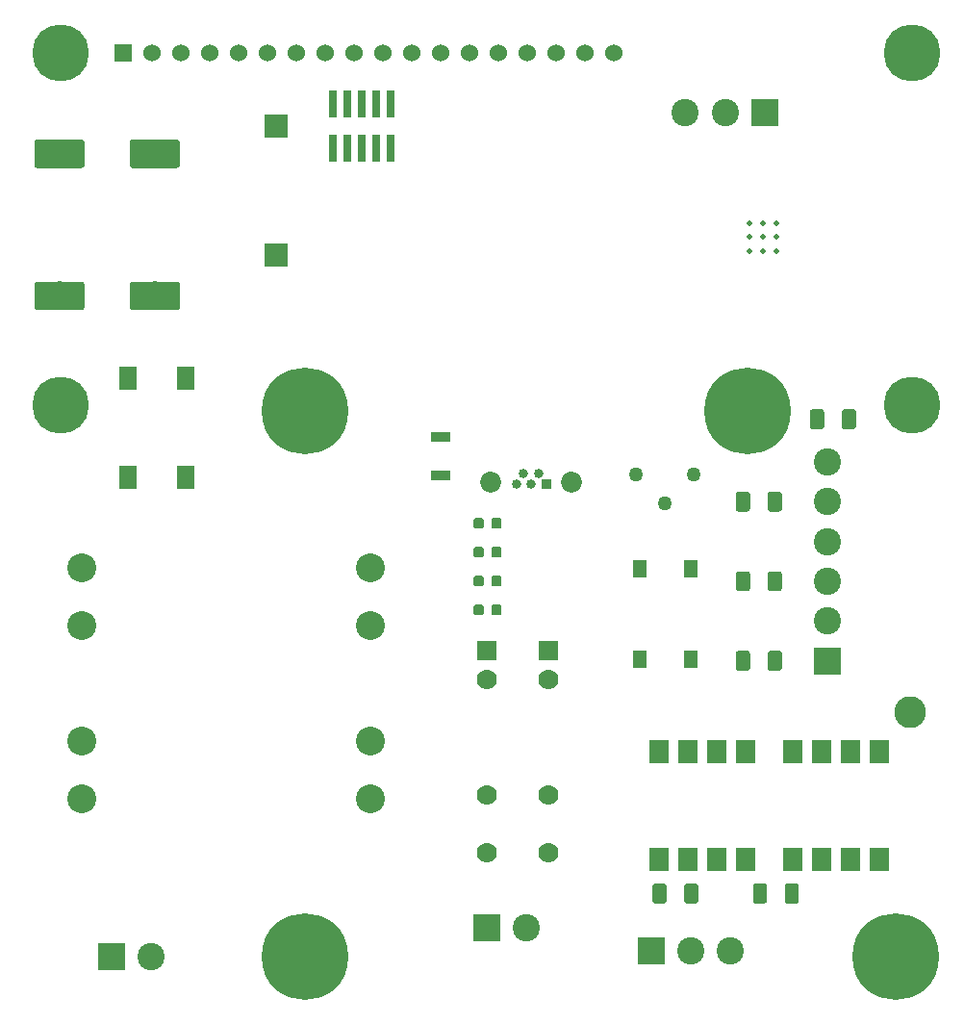
<source format=gts>
G04 #@! TF.GenerationSoftware,KiCad,Pcbnew,(5.1.2-1)-1*
G04 #@! TF.CreationDate,2019-05-05T13:33:14-05:00*
G04 #@! TF.ProjectId,WiFi-Septic-Controller,57694669-2d53-4657-9074-69632d436f6e,rev?*
G04 #@! TF.SameCoordinates,Original*
G04 #@! TF.FileFunction,Soldermask,Top*
G04 #@! TF.FilePolarity,Negative*
%FSLAX46Y46*%
G04 Gerber Fmt 4.6, Leading zero omitted, Abs format (unit mm)*
G04 Created by KiCad (PCBNEW (5.1.2-1)-1) date 2019-05-05 13:33:14*
%MOMM*%
%LPD*%
G04 APERTURE LIST*
%ADD10C,0.500000*%
%ADD11C,1.260000*%
%ADD12R,2.400000X2.400000*%
%ADD13C,2.400000*%
%ADD14C,7.620000*%
%ADD15C,2.000000*%
%ADD16C,2.500000*%
%ADD17R,1.500000X2.000000*%
%ADD18C,0.875000*%
%ADD19C,1.524000*%
%ADD20C,5.000000*%
%ADD21R,1.524000X1.524000*%
%ADD22R,0.740000X2.400000*%
%ADD23C,1.250000*%
%ADD24R,1.778000X1.778000*%
%ADD25C,1.778000*%
%ADD26R,1.700000X0.900000*%
%ADD27R,1.300000X1.550000*%
%ADD28C,2.540000*%
%ADD29C,2.800000*%
%ADD30R,1.780000X2.000000*%
%ADD31R,0.840000X0.840000*%
%ADD32C,0.840000*%
%ADD33C,1.850000*%
%ADD34R,2.000000X2.000000*%
G04 APERTURE END LIST*
D10*
X94350000Y-48735000D03*
X94350000Y-49935000D03*
X94350000Y-47535000D03*
X95550000Y-49935000D03*
X95550000Y-48735000D03*
X95550000Y-47535000D03*
X93150000Y-49935000D03*
X93150000Y-48735000D03*
X93150000Y-47535000D03*
D11*
X88225000Y-69580000D03*
X85685000Y-72120000D03*
X83145000Y-69580000D03*
D12*
X100000000Y-86000000D03*
D13*
X100000000Y-82500000D03*
X100000000Y-79000000D03*
X100000000Y-75500000D03*
X100000000Y-72000000D03*
X100000000Y-68500000D03*
D14*
X54000000Y-64000000D03*
X106000000Y-112000000D03*
X54000000Y-112000000D03*
D12*
X94500000Y-37750000D03*
D13*
X87500000Y-37750000D03*
X91000000Y-37750000D03*
D12*
X37000000Y-112000000D03*
D13*
X40500000Y-112000000D03*
D15*
G36*
X42794861Y-52650373D02*
G01*
X42819130Y-52653973D01*
X42842928Y-52659934D01*
X42866028Y-52668199D01*
X42888206Y-52678689D01*
X42909250Y-52691302D01*
X42928955Y-52705916D01*
X42947134Y-52722392D01*
X42963610Y-52740571D01*
X42978224Y-52760276D01*
X42990837Y-52781320D01*
X43001327Y-52803498D01*
X43009592Y-52826598D01*
X43015553Y-52850396D01*
X43019153Y-52874665D01*
X43020357Y-52899169D01*
X43020357Y-54899169D01*
X43019153Y-54923673D01*
X43015553Y-54947942D01*
X43009592Y-54971740D01*
X43001327Y-54994840D01*
X42990837Y-55017018D01*
X42978224Y-55038062D01*
X42963610Y-55057767D01*
X42947134Y-55075946D01*
X42928955Y-55092422D01*
X42909250Y-55107036D01*
X42888206Y-55119649D01*
X42866028Y-55130139D01*
X42842928Y-55138404D01*
X42819130Y-55144365D01*
X42794861Y-55147965D01*
X42770357Y-55149169D01*
X38870357Y-55149169D01*
X38845853Y-55147965D01*
X38821584Y-55144365D01*
X38797786Y-55138404D01*
X38774686Y-55130139D01*
X38752508Y-55119649D01*
X38731464Y-55107036D01*
X38711759Y-55092422D01*
X38693580Y-55075946D01*
X38677104Y-55057767D01*
X38662490Y-55038062D01*
X38649877Y-55017018D01*
X38639387Y-54994840D01*
X38631122Y-54971740D01*
X38625161Y-54947942D01*
X38621561Y-54923673D01*
X38620357Y-54899169D01*
X38620357Y-52899169D01*
X38621561Y-52874665D01*
X38625161Y-52850396D01*
X38631122Y-52826598D01*
X38639387Y-52803498D01*
X38649877Y-52781320D01*
X38662490Y-52760276D01*
X38677104Y-52740571D01*
X38693580Y-52722392D01*
X38711759Y-52705916D01*
X38731464Y-52691302D01*
X38752508Y-52678689D01*
X38774686Y-52668199D01*
X38797786Y-52659934D01*
X38821584Y-52653973D01*
X38845853Y-52650373D01*
X38870357Y-52649169D01*
X42770357Y-52649169D01*
X42794861Y-52650373D01*
X42794861Y-52650373D01*
G37*
D16*
X40820357Y-53899169D03*
D15*
G36*
X34394861Y-52650373D02*
G01*
X34419130Y-52653973D01*
X34442928Y-52659934D01*
X34466028Y-52668199D01*
X34488206Y-52678689D01*
X34509250Y-52691302D01*
X34528955Y-52705916D01*
X34547134Y-52722392D01*
X34563610Y-52740571D01*
X34578224Y-52760276D01*
X34590837Y-52781320D01*
X34601327Y-52803498D01*
X34609592Y-52826598D01*
X34615553Y-52850396D01*
X34619153Y-52874665D01*
X34620357Y-52899169D01*
X34620357Y-54899169D01*
X34619153Y-54923673D01*
X34615553Y-54947942D01*
X34609592Y-54971740D01*
X34601327Y-54994840D01*
X34590837Y-55017018D01*
X34578224Y-55038062D01*
X34563610Y-55057767D01*
X34547134Y-55075946D01*
X34528955Y-55092422D01*
X34509250Y-55107036D01*
X34488206Y-55119649D01*
X34466028Y-55130139D01*
X34442928Y-55138404D01*
X34419130Y-55144365D01*
X34394861Y-55147965D01*
X34370357Y-55149169D01*
X30470357Y-55149169D01*
X30445853Y-55147965D01*
X30421584Y-55144365D01*
X30397786Y-55138404D01*
X30374686Y-55130139D01*
X30352508Y-55119649D01*
X30331464Y-55107036D01*
X30311759Y-55092422D01*
X30293580Y-55075946D01*
X30277104Y-55057767D01*
X30262490Y-55038062D01*
X30249877Y-55017018D01*
X30239387Y-54994840D01*
X30231122Y-54971740D01*
X30225161Y-54947942D01*
X30221561Y-54923673D01*
X30220357Y-54899169D01*
X30220357Y-52899169D01*
X30221561Y-52874665D01*
X30225161Y-52850396D01*
X30231122Y-52826598D01*
X30239387Y-52803498D01*
X30249877Y-52781320D01*
X30262490Y-52760276D01*
X30277104Y-52740571D01*
X30293580Y-52722392D01*
X30311759Y-52705916D01*
X30331464Y-52691302D01*
X30352508Y-52678689D01*
X30374686Y-52668199D01*
X30397786Y-52659934D01*
X30421584Y-52653973D01*
X30445853Y-52650373D01*
X30470357Y-52649169D01*
X34370357Y-52649169D01*
X34394861Y-52650373D01*
X34394861Y-52650373D01*
G37*
D16*
X32420357Y-53899169D03*
D15*
G36*
X34394861Y-40150373D02*
G01*
X34419130Y-40153973D01*
X34442928Y-40159934D01*
X34466028Y-40168199D01*
X34488206Y-40178689D01*
X34509250Y-40191302D01*
X34528955Y-40205916D01*
X34547134Y-40222392D01*
X34563610Y-40240571D01*
X34578224Y-40260276D01*
X34590837Y-40281320D01*
X34601327Y-40303498D01*
X34609592Y-40326598D01*
X34615553Y-40350396D01*
X34619153Y-40374665D01*
X34620357Y-40399169D01*
X34620357Y-42399169D01*
X34619153Y-42423673D01*
X34615553Y-42447942D01*
X34609592Y-42471740D01*
X34601327Y-42494840D01*
X34590837Y-42517018D01*
X34578224Y-42538062D01*
X34563610Y-42557767D01*
X34547134Y-42575946D01*
X34528955Y-42592422D01*
X34509250Y-42607036D01*
X34488206Y-42619649D01*
X34466028Y-42630139D01*
X34442928Y-42638404D01*
X34419130Y-42644365D01*
X34394861Y-42647965D01*
X34370357Y-42649169D01*
X30470357Y-42649169D01*
X30445853Y-42647965D01*
X30421584Y-42644365D01*
X30397786Y-42638404D01*
X30374686Y-42630139D01*
X30352508Y-42619649D01*
X30331464Y-42607036D01*
X30311759Y-42592422D01*
X30293580Y-42575946D01*
X30277104Y-42557767D01*
X30262490Y-42538062D01*
X30249877Y-42517018D01*
X30239387Y-42494840D01*
X30231122Y-42471740D01*
X30225161Y-42447942D01*
X30221561Y-42423673D01*
X30220357Y-42399169D01*
X30220357Y-40399169D01*
X30221561Y-40374665D01*
X30225161Y-40350396D01*
X30231122Y-40326598D01*
X30239387Y-40303498D01*
X30249877Y-40281320D01*
X30262490Y-40260276D01*
X30277104Y-40240571D01*
X30293580Y-40222392D01*
X30311759Y-40205916D01*
X30331464Y-40191302D01*
X30352508Y-40178689D01*
X30374686Y-40168199D01*
X30397786Y-40159934D01*
X30421584Y-40153973D01*
X30445853Y-40150373D01*
X30470357Y-40149169D01*
X34370357Y-40149169D01*
X34394861Y-40150373D01*
X34394861Y-40150373D01*
G37*
D16*
X32420357Y-41399169D03*
D15*
G36*
X42794861Y-40150373D02*
G01*
X42819130Y-40153973D01*
X42842928Y-40159934D01*
X42866028Y-40168199D01*
X42888206Y-40178689D01*
X42909250Y-40191302D01*
X42928955Y-40205916D01*
X42947134Y-40222392D01*
X42963610Y-40240571D01*
X42978224Y-40260276D01*
X42990837Y-40281320D01*
X43001327Y-40303498D01*
X43009592Y-40326598D01*
X43015553Y-40350396D01*
X43019153Y-40374665D01*
X43020357Y-40399169D01*
X43020357Y-42399169D01*
X43019153Y-42423673D01*
X43015553Y-42447942D01*
X43009592Y-42471740D01*
X43001327Y-42494840D01*
X42990837Y-42517018D01*
X42978224Y-42538062D01*
X42963610Y-42557767D01*
X42947134Y-42575946D01*
X42928955Y-42592422D01*
X42909250Y-42607036D01*
X42888206Y-42619649D01*
X42866028Y-42630139D01*
X42842928Y-42638404D01*
X42819130Y-42644365D01*
X42794861Y-42647965D01*
X42770357Y-42649169D01*
X38870357Y-42649169D01*
X38845853Y-42647965D01*
X38821584Y-42644365D01*
X38797786Y-42638404D01*
X38774686Y-42630139D01*
X38752508Y-42619649D01*
X38731464Y-42607036D01*
X38711759Y-42592422D01*
X38693580Y-42575946D01*
X38677104Y-42557767D01*
X38662490Y-42538062D01*
X38649877Y-42517018D01*
X38639387Y-42494840D01*
X38631122Y-42471740D01*
X38625161Y-42447942D01*
X38621561Y-42423673D01*
X38620357Y-42399169D01*
X38620357Y-40399169D01*
X38621561Y-40374665D01*
X38625161Y-40350396D01*
X38631122Y-40326598D01*
X38639387Y-40303498D01*
X38649877Y-40281320D01*
X38662490Y-40260276D01*
X38677104Y-40240571D01*
X38693580Y-40222392D01*
X38711759Y-40205916D01*
X38731464Y-40191302D01*
X38752508Y-40178689D01*
X38774686Y-40168199D01*
X38797786Y-40159934D01*
X38821584Y-40153973D01*
X38845853Y-40150373D01*
X38870357Y-40149169D01*
X42770357Y-40149169D01*
X42794861Y-40150373D01*
X42794861Y-40150373D01*
G37*
D16*
X40820357Y-41399169D03*
D17*
X43550000Y-61130000D03*
X38450000Y-61130000D03*
X38450000Y-69870000D03*
X43550000Y-69870000D03*
D15*
G36*
X69556691Y-75980053D02*
G01*
X69577926Y-75983203D01*
X69598750Y-75988419D01*
X69618962Y-75995651D01*
X69638368Y-76004830D01*
X69656781Y-76015866D01*
X69674024Y-76028654D01*
X69689930Y-76043070D01*
X69704346Y-76058976D01*
X69717134Y-76076219D01*
X69728170Y-76094632D01*
X69737349Y-76114038D01*
X69744581Y-76134250D01*
X69749797Y-76155074D01*
X69752947Y-76176309D01*
X69754000Y-76197750D01*
X69754000Y-76710250D01*
X69752947Y-76731691D01*
X69749797Y-76752926D01*
X69744581Y-76773750D01*
X69737349Y-76793962D01*
X69728170Y-76813368D01*
X69717134Y-76831781D01*
X69704346Y-76849024D01*
X69689930Y-76864930D01*
X69674024Y-76879346D01*
X69656781Y-76892134D01*
X69638368Y-76903170D01*
X69618962Y-76912349D01*
X69598750Y-76919581D01*
X69577926Y-76924797D01*
X69556691Y-76927947D01*
X69535250Y-76929000D01*
X69097750Y-76929000D01*
X69076309Y-76927947D01*
X69055074Y-76924797D01*
X69034250Y-76919581D01*
X69014038Y-76912349D01*
X68994632Y-76903170D01*
X68976219Y-76892134D01*
X68958976Y-76879346D01*
X68943070Y-76864930D01*
X68928654Y-76849024D01*
X68915866Y-76831781D01*
X68904830Y-76813368D01*
X68895651Y-76793962D01*
X68888419Y-76773750D01*
X68883203Y-76752926D01*
X68880053Y-76731691D01*
X68879000Y-76710250D01*
X68879000Y-76197750D01*
X68880053Y-76176309D01*
X68883203Y-76155074D01*
X68888419Y-76134250D01*
X68895651Y-76114038D01*
X68904830Y-76094632D01*
X68915866Y-76076219D01*
X68928654Y-76058976D01*
X68943070Y-76043070D01*
X68958976Y-76028654D01*
X68976219Y-76015866D01*
X68994632Y-76004830D01*
X69014038Y-75995651D01*
X69034250Y-75988419D01*
X69055074Y-75983203D01*
X69076309Y-75980053D01*
X69097750Y-75979000D01*
X69535250Y-75979000D01*
X69556691Y-75980053D01*
X69556691Y-75980053D01*
G37*
D18*
X69316500Y-76454000D03*
D15*
G36*
X71131691Y-75980053D02*
G01*
X71152926Y-75983203D01*
X71173750Y-75988419D01*
X71193962Y-75995651D01*
X71213368Y-76004830D01*
X71231781Y-76015866D01*
X71249024Y-76028654D01*
X71264930Y-76043070D01*
X71279346Y-76058976D01*
X71292134Y-76076219D01*
X71303170Y-76094632D01*
X71312349Y-76114038D01*
X71319581Y-76134250D01*
X71324797Y-76155074D01*
X71327947Y-76176309D01*
X71329000Y-76197750D01*
X71329000Y-76710250D01*
X71327947Y-76731691D01*
X71324797Y-76752926D01*
X71319581Y-76773750D01*
X71312349Y-76793962D01*
X71303170Y-76813368D01*
X71292134Y-76831781D01*
X71279346Y-76849024D01*
X71264930Y-76864930D01*
X71249024Y-76879346D01*
X71231781Y-76892134D01*
X71213368Y-76903170D01*
X71193962Y-76912349D01*
X71173750Y-76919581D01*
X71152926Y-76924797D01*
X71131691Y-76927947D01*
X71110250Y-76929000D01*
X70672750Y-76929000D01*
X70651309Y-76927947D01*
X70630074Y-76924797D01*
X70609250Y-76919581D01*
X70589038Y-76912349D01*
X70569632Y-76903170D01*
X70551219Y-76892134D01*
X70533976Y-76879346D01*
X70518070Y-76864930D01*
X70503654Y-76849024D01*
X70490866Y-76831781D01*
X70479830Y-76813368D01*
X70470651Y-76793962D01*
X70463419Y-76773750D01*
X70458203Y-76752926D01*
X70455053Y-76731691D01*
X70454000Y-76710250D01*
X70454000Y-76197750D01*
X70455053Y-76176309D01*
X70458203Y-76155074D01*
X70463419Y-76134250D01*
X70470651Y-76114038D01*
X70479830Y-76094632D01*
X70490866Y-76076219D01*
X70503654Y-76058976D01*
X70518070Y-76043070D01*
X70533976Y-76028654D01*
X70551219Y-76015866D01*
X70569632Y-76004830D01*
X70589038Y-75995651D01*
X70609250Y-75988419D01*
X70630074Y-75983203D01*
X70651309Y-75980053D01*
X70672750Y-75979000D01*
X71110250Y-75979000D01*
X71131691Y-75980053D01*
X71131691Y-75980053D01*
G37*
D18*
X70891500Y-76454000D03*
D15*
G36*
X69556691Y-73440053D02*
G01*
X69577926Y-73443203D01*
X69598750Y-73448419D01*
X69618962Y-73455651D01*
X69638368Y-73464830D01*
X69656781Y-73475866D01*
X69674024Y-73488654D01*
X69689930Y-73503070D01*
X69704346Y-73518976D01*
X69717134Y-73536219D01*
X69728170Y-73554632D01*
X69737349Y-73574038D01*
X69744581Y-73594250D01*
X69749797Y-73615074D01*
X69752947Y-73636309D01*
X69754000Y-73657750D01*
X69754000Y-74170250D01*
X69752947Y-74191691D01*
X69749797Y-74212926D01*
X69744581Y-74233750D01*
X69737349Y-74253962D01*
X69728170Y-74273368D01*
X69717134Y-74291781D01*
X69704346Y-74309024D01*
X69689930Y-74324930D01*
X69674024Y-74339346D01*
X69656781Y-74352134D01*
X69638368Y-74363170D01*
X69618962Y-74372349D01*
X69598750Y-74379581D01*
X69577926Y-74384797D01*
X69556691Y-74387947D01*
X69535250Y-74389000D01*
X69097750Y-74389000D01*
X69076309Y-74387947D01*
X69055074Y-74384797D01*
X69034250Y-74379581D01*
X69014038Y-74372349D01*
X68994632Y-74363170D01*
X68976219Y-74352134D01*
X68958976Y-74339346D01*
X68943070Y-74324930D01*
X68928654Y-74309024D01*
X68915866Y-74291781D01*
X68904830Y-74273368D01*
X68895651Y-74253962D01*
X68888419Y-74233750D01*
X68883203Y-74212926D01*
X68880053Y-74191691D01*
X68879000Y-74170250D01*
X68879000Y-73657750D01*
X68880053Y-73636309D01*
X68883203Y-73615074D01*
X68888419Y-73594250D01*
X68895651Y-73574038D01*
X68904830Y-73554632D01*
X68915866Y-73536219D01*
X68928654Y-73518976D01*
X68943070Y-73503070D01*
X68958976Y-73488654D01*
X68976219Y-73475866D01*
X68994632Y-73464830D01*
X69014038Y-73455651D01*
X69034250Y-73448419D01*
X69055074Y-73443203D01*
X69076309Y-73440053D01*
X69097750Y-73439000D01*
X69535250Y-73439000D01*
X69556691Y-73440053D01*
X69556691Y-73440053D01*
G37*
D18*
X69316500Y-73914000D03*
D15*
G36*
X71131691Y-73440053D02*
G01*
X71152926Y-73443203D01*
X71173750Y-73448419D01*
X71193962Y-73455651D01*
X71213368Y-73464830D01*
X71231781Y-73475866D01*
X71249024Y-73488654D01*
X71264930Y-73503070D01*
X71279346Y-73518976D01*
X71292134Y-73536219D01*
X71303170Y-73554632D01*
X71312349Y-73574038D01*
X71319581Y-73594250D01*
X71324797Y-73615074D01*
X71327947Y-73636309D01*
X71329000Y-73657750D01*
X71329000Y-74170250D01*
X71327947Y-74191691D01*
X71324797Y-74212926D01*
X71319581Y-74233750D01*
X71312349Y-74253962D01*
X71303170Y-74273368D01*
X71292134Y-74291781D01*
X71279346Y-74309024D01*
X71264930Y-74324930D01*
X71249024Y-74339346D01*
X71231781Y-74352134D01*
X71213368Y-74363170D01*
X71193962Y-74372349D01*
X71173750Y-74379581D01*
X71152926Y-74384797D01*
X71131691Y-74387947D01*
X71110250Y-74389000D01*
X70672750Y-74389000D01*
X70651309Y-74387947D01*
X70630074Y-74384797D01*
X70609250Y-74379581D01*
X70589038Y-74372349D01*
X70569632Y-74363170D01*
X70551219Y-74352134D01*
X70533976Y-74339346D01*
X70518070Y-74324930D01*
X70503654Y-74309024D01*
X70490866Y-74291781D01*
X70479830Y-74273368D01*
X70470651Y-74253962D01*
X70463419Y-74233750D01*
X70458203Y-74212926D01*
X70455053Y-74191691D01*
X70454000Y-74170250D01*
X70454000Y-73657750D01*
X70455053Y-73636309D01*
X70458203Y-73615074D01*
X70463419Y-73594250D01*
X70470651Y-73574038D01*
X70479830Y-73554632D01*
X70490866Y-73536219D01*
X70503654Y-73518976D01*
X70518070Y-73503070D01*
X70533976Y-73488654D01*
X70551219Y-73475866D01*
X70569632Y-73464830D01*
X70589038Y-73455651D01*
X70609250Y-73448419D01*
X70630074Y-73443203D01*
X70651309Y-73440053D01*
X70672750Y-73439000D01*
X71110250Y-73439000D01*
X71131691Y-73440053D01*
X71131691Y-73440053D01*
G37*
D18*
X70891500Y-73914000D03*
D15*
G36*
X71131691Y-81060053D02*
G01*
X71152926Y-81063203D01*
X71173750Y-81068419D01*
X71193962Y-81075651D01*
X71213368Y-81084830D01*
X71231781Y-81095866D01*
X71249024Y-81108654D01*
X71264930Y-81123070D01*
X71279346Y-81138976D01*
X71292134Y-81156219D01*
X71303170Y-81174632D01*
X71312349Y-81194038D01*
X71319581Y-81214250D01*
X71324797Y-81235074D01*
X71327947Y-81256309D01*
X71329000Y-81277750D01*
X71329000Y-81790250D01*
X71327947Y-81811691D01*
X71324797Y-81832926D01*
X71319581Y-81853750D01*
X71312349Y-81873962D01*
X71303170Y-81893368D01*
X71292134Y-81911781D01*
X71279346Y-81929024D01*
X71264930Y-81944930D01*
X71249024Y-81959346D01*
X71231781Y-81972134D01*
X71213368Y-81983170D01*
X71193962Y-81992349D01*
X71173750Y-81999581D01*
X71152926Y-82004797D01*
X71131691Y-82007947D01*
X71110250Y-82009000D01*
X70672750Y-82009000D01*
X70651309Y-82007947D01*
X70630074Y-82004797D01*
X70609250Y-81999581D01*
X70589038Y-81992349D01*
X70569632Y-81983170D01*
X70551219Y-81972134D01*
X70533976Y-81959346D01*
X70518070Y-81944930D01*
X70503654Y-81929024D01*
X70490866Y-81911781D01*
X70479830Y-81893368D01*
X70470651Y-81873962D01*
X70463419Y-81853750D01*
X70458203Y-81832926D01*
X70455053Y-81811691D01*
X70454000Y-81790250D01*
X70454000Y-81277750D01*
X70455053Y-81256309D01*
X70458203Y-81235074D01*
X70463419Y-81214250D01*
X70470651Y-81194038D01*
X70479830Y-81174632D01*
X70490866Y-81156219D01*
X70503654Y-81138976D01*
X70518070Y-81123070D01*
X70533976Y-81108654D01*
X70551219Y-81095866D01*
X70569632Y-81084830D01*
X70589038Y-81075651D01*
X70609250Y-81068419D01*
X70630074Y-81063203D01*
X70651309Y-81060053D01*
X70672750Y-81059000D01*
X71110250Y-81059000D01*
X71131691Y-81060053D01*
X71131691Y-81060053D01*
G37*
D18*
X70891500Y-81534000D03*
D15*
G36*
X69556691Y-81060053D02*
G01*
X69577926Y-81063203D01*
X69598750Y-81068419D01*
X69618962Y-81075651D01*
X69638368Y-81084830D01*
X69656781Y-81095866D01*
X69674024Y-81108654D01*
X69689930Y-81123070D01*
X69704346Y-81138976D01*
X69717134Y-81156219D01*
X69728170Y-81174632D01*
X69737349Y-81194038D01*
X69744581Y-81214250D01*
X69749797Y-81235074D01*
X69752947Y-81256309D01*
X69754000Y-81277750D01*
X69754000Y-81790250D01*
X69752947Y-81811691D01*
X69749797Y-81832926D01*
X69744581Y-81853750D01*
X69737349Y-81873962D01*
X69728170Y-81893368D01*
X69717134Y-81911781D01*
X69704346Y-81929024D01*
X69689930Y-81944930D01*
X69674024Y-81959346D01*
X69656781Y-81972134D01*
X69638368Y-81983170D01*
X69618962Y-81992349D01*
X69598750Y-81999581D01*
X69577926Y-82004797D01*
X69556691Y-82007947D01*
X69535250Y-82009000D01*
X69097750Y-82009000D01*
X69076309Y-82007947D01*
X69055074Y-82004797D01*
X69034250Y-81999581D01*
X69014038Y-81992349D01*
X68994632Y-81983170D01*
X68976219Y-81972134D01*
X68958976Y-81959346D01*
X68943070Y-81944930D01*
X68928654Y-81929024D01*
X68915866Y-81911781D01*
X68904830Y-81893368D01*
X68895651Y-81873962D01*
X68888419Y-81853750D01*
X68883203Y-81832926D01*
X68880053Y-81811691D01*
X68879000Y-81790250D01*
X68879000Y-81277750D01*
X68880053Y-81256309D01*
X68883203Y-81235074D01*
X68888419Y-81214250D01*
X68895651Y-81194038D01*
X68904830Y-81174632D01*
X68915866Y-81156219D01*
X68928654Y-81138976D01*
X68943070Y-81123070D01*
X68958976Y-81108654D01*
X68976219Y-81095866D01*
X68994632Y-81084830D01*
X69014038Y-81075651D01*
X69034250Y-81068419D01*
X69055074Y-81063203D01*
X69076309Y-81060053D01*
X69097750Y-81059000D01*
X69535250Y-81059000D01*
X69556691Y-81060053D01*
X69556691Y-81060053D01*
G37*
D18*
X69316500Y-81534000D03*
D15*
G36*
X71131691Y-78520053D02*
G01*
X71152926Y-78523203D01*
X71173750Y-78528419D01*
X71193962Y-78535651D01*
X71213368Y-78544830D01*
X71231781Y-78555866D01*
X71249024Y-78568654D01*
X71264930Y-78583070D01*
X71279346Y-78598976D01*
X71292134Y-78616219D01*
X71303170Y-78634632D01*
X71312349Y-78654038D01*
X71319581Y-78674250D01*
X71324797Y-78695074D01*
X71327947Y-78716309D01*
X71329000Y-78737750D01*
X71329000Y-79250250D01*
X71327947Y-79271691D01*
X71324797Y-79292926D01*
X71319581Y-79313750D01*
X71312349Y-79333962D01*
X71303170Y-79353368D01*
X71292134Y-79371781D01*
X71279346Y-79389024D01*
X71264930Y-79404930D01*
X71249024Y-79419346D01*
X71231781Y-79432134D01*
X71213368Y-79443170D01*
X71193962Y-79452349D01*
X71173750Y-79459581D01*
X71152926Y-79464797D01*
X71131691Y-79467947D01*
X71110250Y-79469000D01*
X70672750Y-79469000D01*
X70651309Y-79467947D01*
X70630074Y-79464797D01*
X70609250Y-79459581D01*
X70589038Y-79452349D01*
X70569632Y-79443170D01*
X70551219Y-79432134D01*
X70533976Y-79419346D01*
X70518070Y-79404930D01*
X70503654Y-79389024D01*
X70490866Y-79371781D01*
X70479830Y-79353368D01*
X70470651Y-79333962D01*
X70463419Y-79313750D01*
X70458203Y-79292926D01*
X70455053Y-79271691D01*
X70454000Y-79250250D01*
X70454000Y-78737750D01*
X70455053Y-78716309D01*
X70458203Y-78695074D01*
X70463419Y-78674250D01*
X70470651Y-78654038D01*
X70479830Y-78634632D01*
X70490866Y-78616219D01*
X70503654Y-78598976D01*
X70518070Y-78583070D01*
X70533976Y-78568654D01*
X70551219Y-78555866D01*
X70569632Y-78544830D01*
X70589038Y-78535651D01*
X70609250Y-78528419D01*
X70630074Y-78523203D01*
X70651309Y-78520053D01*
X70672750Y-78519000D01*
X71110250Y-78519000D01*
X71131691Y-78520053D01*
X71131691Y-78520053D01*
G37*
D18*
X70891500Y-78994000D03*
D15*
G36*
X69556691Y-78520053D02*
G01*
X69577926Y-78523203D01*
X69598750Y-78528419D01*
X69618962Y-78535651D01*
X69638368Y-78544830D01*
X69656781Y-78555866D01*
X69674024Y-78568654D01*
X69689930Y-78583070D01*
X69704346Y-78598976D01*
X69717134Y-78616219D01*
X69728170Y-78634632D01*
X69737349Y-78654038D01*
X69744581Y-78674250D01*
X69749797Y-78695074D01*
X69752947Y-78716309D01*
X69754000Y-78737750D01*
X69754000Y-79250250D01*
X69752947Y-79271691D01*
X69749797Y-79292926D01*
X69744581Y-79313750D01*
X69737349Y-79333962D01*
X69728170Y-79353368D01*
X69717134Y-79371781D01*
X69704346Y-79389024D01*
X69689930Y-79404930D01*
X69674024Y-79419346D01*
X69656781Y-79432134D01*
X69638368Y-79443170D01*
X69618962Y-79452349D01*
X69598750Y-79459581D01*
X69577926Y-79464797D01*
X69556691Y-79467947D01*
X69535250Y-79469000D01*
X69097750Y-79469000D01*
X69076309Y-79467947D01*
X69055074Y-79464797D01*
X69034250Y-79459581D01*
X69014038Y-79452349D01*
X68994632Y-79443170D01*
X68976219Y-79432134D01*
X68958976Y-79419346D01*
X68943070Y-79404930D01*
X68928654Y-79389024D01*
X68915866Y-79371781D01*
X68904830Y-79353368D01*
X68895651Y-79333962D01*
X68888419Y-79313750D01*
X68883203Y-79292926D01*
X68880053Y-79271691D01*
X68879000Y-79250250D01*
X68879000Y-78737750D01*
X68880053Y-78716309D01*
X68883203Y-78695074D01*
X68888419Y-78674250D01*
X68895651Y-78654038D01*
X68904830Y-78634632D01*
X68915866Y-78616219D01*
X68928654Y-78598976D01*
X68943070Y-78583070D01*
X68958976Y-78568654D01*
X68976219Y-78555866D01*
X68994632Y-78544830D01*
X69014038Y-78535651D01*
X69034250Y-78528419D01*
X69055074Y-78523203D01*
X69076309Y-78520053D01*
X69097750Y-78519000D01*
X69535250Y-78519000D01*
X69556691Y-78520053D01*
X69556691Y-78520053D01*
G37*
D18*
X69316500Y-78994000D03*
D12*
X70000000Y-109500000D03*
D13*
X73500000Y-109500000D03*
D12*
X84482800Y-111500000D03*
D13*
X87982800Y-111500000D03*
X91482800Y-111500000D03*
D19*
X81180000Y-32500000D03*
X78640000Y-32500000D03*
X76100000Y-32500000D03*
X73560000Y-32500000D03*
X71020000Y-32500000D03*
X68480000Y-32500000D03*
X65940000Y-32500000D03*
X63400000Y-32500000D03*
X60860000Y-32500000D03*
X58320000Y-32500000D03*
X55780000Y-32500000D03*
X53240000Y-32500000D03*
X50700000Y-32500000D03*
X48160000Y-32500000D03*
X45620000Y-32500000D03*
X43080000Y-32500000D03*
X40540000Y-32500000D03*
D20*
X107500000Y-63500000D03*
X32500000Y-63500000D03*
X107500000Y-32500000D03*
X32500000Y-32500000D03*
D21*
X38000000Y-32500000D03*
D22*
X61540000Y-37050000D03*
X61540000Y-40950000D03*
X60270000Y-37050000D03*
X60270000Y-40950000D03*
X59000000Y-37050000D03*
X59000000Y-40950000D03*
X57730000Y-37050000D03*
X57730000Y-40950000D03*
X56460000Y-37050000D03*
X56460000Y-40950000D03*
D15*
G36*
X102299504Y-63876204D02*
G01*
X102323773Y-63879804D01*
X102347571Y-63885765D01*
X102370671Y-63894030D01*
X102392849Y-63904520D01*
X102413893Y-63917133D01*
X102433598Y-63931747D01*
X102451777Y-63948223D01*
X102468253Y-63966402D01*
X102482867Y-63986107D01*
X102495480Y-64007151D01*
X102505970Y-64029329D01*
X102514235Y-64052429D01*
X102520196Y-64076227D01*
X102523796Y-64100496D01*
X102525000Y-64125000D01*
X102525000Y-65375000D01*
X102523796Y-65399504D01*
X102520196Y-65423773D01*
X102514235Y-65447571D01*
X102505970Y-65470671D01*
X102495480Y-65492849D01*
X102482867Y-65513893D01*
X102468253Y-65533598D01*
X102451777Y-65551777D01*
X102433598Y-65568253D01*
X102413893Y-65582867D01*
X102392849Y-65595480D01*
X102370671Y-65605970D01*
X102347571Y-65614235D01*
X102323773Y-65620196D01*
X102299504Y-65623796D01*
X102275000Y-65625000D01*
X101525000Y-65625000D01*
X101500496Y-65623796D01*
X101476227Y-65620196D01*
X101452429Y-65614235D01*
X101429329Y-65605970D01*
X101407151Y-65595480D01*
X101386107Y-65582867D01*
X101366402Y-65568253D01*
X101348223Y-65551777D01*
X101331747Y-65533598D01*
X101317133Y-65513893D01*
X101304520Y-65492849D01*
X101294030Y-65470671D01*
X101285765Y-65447571D01*
X101279804Y-65423773D01*
X101276204Y-65399504D01*
X101275000Y-65375000D01*
X101275000Y-64125000D01*
X101276204Y-64100496D01*
X101279804Y-64076227D01*
X101285765Y-64052429D01*
X101294030Y-64029329D01*
X101304520Y-64007151D01*
X101317133Y-63986107D01*
X101331747Y-63966402D01*
X101348223Y-63948223D01*
X101366402Y-63931747D01*
X101386107Y-63917133D01*
X101407151Y-63904520D01*
X101429329Y-63894030D01*
X101452429Y-63885765D01*
X101476227Y-63879804D01*
X101500496Y-63876204D01*
X101525000Y-63875000D01*
X102275000Y-63875000D01*
X102299504Y-63876204D01*
X102299504Y-63876204D01*
G37*
D23*
X101900000Y-64750000D03*
D15*
G36*
X99499504Y-63876204D02*
G01*
X99523773Y-63879804D01*
X99547571Y-63885765D01*
X99570671Y-63894030D01*
X99592849Y-63904520D01*
X99613893Y-63917133D01*
X99633598Y-63931747D01*
X99651777Y-63948223D01*
X99668253Y-63966402D01*
X99682867Y-63986107D01*
X99695480Y-64007151D01*
X99705970Y-64029329D01*
X99714235Y-64052429D01*
X99720196Y-64076227D01*
X99723796Y-64100496D01*
X99725000Y-64125000D01*
X99725000Y-65375000D01*
X99723796Y-65399504D01*
X99720196Y-65423773D01*
X99714235Y-65447571D01*
X99705970Y-65470671D01*
X99695480Y-65492849D01*
X99682867Y-65513893D01*
X99668253Y-65533598D01*
X99651777Y-65551777D01*
X99633598Y-65568253D01*
X99613893Y-65582867D01*
X99592849Y-65595480D01*
X99570671Y-65605970D01*
X99547571Y-65614235D01*
X99523773Y-65620196D01*
X99499504Y-65623796D01*
X99475000Y-65625000D01*
X98725000Y-65625000D01*
X98700496Y-65623796D01*
X98676227Y-65620196D01*
X98652429Y-65614235D01*
X98629329Y-65605970D01*
X98607151Y-65595480D01*
X98586107Y-65582867D01*
X98566402Y-65568253D01*
X98548223Y-65551777D01*
X98531747Y-65533598D01*
X98517133Y-65513893D01*
X98504520Y-65492849D01*
X98494030Y-65470671D01*
X98485765Y-65447571D01*
X98479804Y-65423773D01*
X98476204Y-65399504D01*
X98475000Y-65375000D01*
X98475000Y-64125000D01*
X98476204Y-64100496D01*
X98479804Y-64076227D01*
X98485765Y-64052429D01*
X98494030Y-64029329D01*
X98504520Y-64007151D01*
X98517133Y-63986107D01*
X98531747Y-63966402D01*
X98548223Y-63948223D01*
X98566402Y-63931747D01*
X98586107Y-63917133D01*
X98607151Y-63904520D01*
X98629329Y-63894030D01*
X98652429Y-63885765D01*
X98676227Y-63879804D01*
X98700496Y-63876204D01*
X98725000Y-63875000D01*
X99475000Y-63875000D01*
X99499504Y-63876204D01*
X99499504Y-63876204D01*
G37*
D23*
X99100000Y-64750000D03*
D15*
G36*
X88429504Y-105596204D02*
G01*
X88453773Y-105599804D01*
X88477571Y-105605765D01*
X88500671Y-105614030D01*
X88522849Y-105624520D01*
X88543893Y-105637133D01*
X88563598Y-105651747D01*
X88581777Y-105668223D01*
X88598253Y-105686402D01*
X88612867Y-105706107D01*
X88625480Y-105727151D01*
X88635970Y-105749329D01*
X88644235Y-105772429D01*
X88650196Y-105796227D01*
X88653796Y-105820496D01*
X88655000Y-105845000D01*
X88655000Y-107095000D01*
X88653796Y-107119504D01*
X88650196Y-107143773D01*
X88644235Y-107167571D01*
X88635970Y-107190671D01*
X88625480Y-107212849D01*
X88612867Y-107233893D01*
X88598253Y-107253598D01*
X88581777Y-107271777D01*
X88563598Y-107288253D01*
X88543893Y-107302867D01*
X88522849Y-107315480D01*
X88500671Y-107325970D01*
X88477571Y-107334235D01*
X88453773Y-107340196D01*
X88429504Y-107343796D01*
X88405000Y-107345000D01*
X87655000Y-107345000D01*
X87630496Y-107343796D01*
X87606227Y-107340196D01*
X87582429Y-107334235D01*
X87559329Y-107325970D01*
X87537151Y-107315480D01*
X87516107Y-107302867D01*
X87496402Y-107288253D01*
X87478223Y-107271777D01*
X87461747Y-107253598D01*
X87447133Y-107233893D01*
X87434520Y-107212849D01*
X87424030Y-107190671D01*
X87415765Y-107167571D01*
X87409804Y-107143773D01*
X87406204Y-107119504D01*
X87405000Y-107095000D01*
X87405000Y-105845000D01*
X87406204Y-105820496D01*
X87409804Y-105796227D01*
X87415765Y-105772429D01*
X87424030Y-105749329D01*
X87434520Y-105727151D01*
X87447133Y-105706107D01*
X87461747Y-105686402D01*
X87478223Y-105668223D01*
X87496402Y-105651747D01*
X87516107Y-105637133D01*
X87537151Y-105624520D01*
X87559329Y-105614030D01*
X87582429Y-105605765D01*
X87606227Y-105599804D01*
X87630496Y-105596204D01*
X87655000Y-105595000D01*
X88405000Y-105595000D01*
X88429504Y-105596204D01*
X88429504Y-105596204D01*
G37*
D23*
X88030000Y-106470000D03*
D15*
G36*
X85629504Y-105596204D02*
G01*
X85653773Y-105599804D01*
X85677571Y-105605765D01*
X85700671Y-105614030D01*
X85722849Y-105624520D01*
X85743893Y-105637133D01*
X85763598Y-105651747D01*
X85781777Y-105668223D01*
X85798253Y-105686402D01*
X85812867Y-105706107D01*
X85825480Y-105727151D01*
X85835970Y-105749329D01*
X85844235Y-105772429D01*
X85850196Y-105796227D01*
X85853796Y-105820496D01*
X85855000Y-105845000D01*
X85855000Y-107095000D01*
X85853796Y-107119504D01*
X85850196Y-107143773D01*
X85844235Y-107167571D01*
X85835970Y-107190671D01*
X85825480Y-107212849D01*
X85812867Y-107233893D01*
X85798253Y-107253598D01*
X85781777Y-107271777D01*
X85763598Y-107288253D01*
X85743893Y-107302867D01*
X85722849Y-107315480D01*
X85700671Y-107325970D01*
X85677571Y-107334235D01*
X85653773Y-107340196D01*
X85629504Y-107343796D01*
X85605000Y-107345000D01*
X84855000Y-107345000D01*
X84830496Y-107343796D01*
X84806227Y-107340196D01*
X84782429Y-107334235D01*
X84759329Y-107325970D01*
X84737151Y-107315480D01*
X84716107Y-107302867D01*
X84696402Y-107288253D01*
X84678223Y-107271777D01*
X84661747Y-107253598D01*
X84647133Y-107233893D01*
X84634520Y-107212849D01*
X84624030Y-107190671D01*
X84615765Y-107167571D01*
X84609804Y-107143773D01*
X84606204Y-107119504D01*
X84605000Y-107095000D01*
X84605000Y-105845000D01*
X84606204Y-105820496D01*
X84609804Y-105796227D01*
X84615765Y-105772429D01*
X84624030Y-105749329D01*
X84634520Y-105727151D01*
X84647133Y-105706107D01*
X84661747Y-105686402D01*
X84678223Y-105668223D01*
X84696402Y-105651747D01*
X84716107Y-105637133D01*
X84737151Y-105624520D01*
X84759329Y-105614030D01*
X84782429Y-105605765D01*
X84806227Y-105599804D01*
X84830496Y-105596204D01*
X84855000Y-105595000D01*
X85605000Y-105595000D01*
X85629504Y-105596204D01*
X85629504Y-105596204D01*
G37*
D23*
X85230000Y-106470000D03*
D15*
G36*
X97279504Y-105596204D02*
G01*
X97303773Y-105599804D01*
X97327571Y-105605765D01*
X97350671Y-105614030D01*
X97372849Y-105624520D01*
X97393893Y-105637133D01*
X97413598Y-105651747D01*
X97431777Y-105668223D01*
X97448253Y-105686402D01*
X97462867Y-105706107D01*
X97475480Y-105727151D01*
X97485970Y-105749329D01*
X97494235Y-105772429D01*
X97500196Y-105796227D01*
X97503796Y-105820496D01*
X97505000Y-105845000D01*
X97505000Y-107095000D01*
X97503796Y-107119504D01*
X97500196Y-107143773D01*
X97494235Y-107167571D01*
X97485970Y-107190671D01*
X97475480Y-107212849D01*
X97462867Y-107233893D01*
X97448253Y-107253598D01*
X97431777Y-107271777D01*
X97413598Y-107288253D01*
X97393893Y-107302867D01*
X97372849Y-107315480D01*
X97350671Y-107325970D01*
X97327571Y-107334235D01*
X97303773Y-107340196D01*
X97279504Y-107343796D01*
X97255000Y-107345000D01*
X96505000Y-107345000D01*
X96480496Y-107343796D01*
X96456227Y-107340196D01*
X96432429Y-107334235D01*
X96409329Y-107325970D01*
X96387151Y-107315480D01*
X96366107Y-107302867D01*
X96346402Y-107288253D01*
X96328223Y-107271777D01*
X96311747Y-107253598D01*
X96297133Y-107233893D01*
X96284520Y-107212849D01*
X96274030Y-107190671D01*
X96265765Y-107167571D01*
X96259804Y-107143773D01*
X96256204Y-107119504D01*
X96255000Y-107095000D01*
X96255000Y-105845000D01*
X96256204Y-105820496D01*
X96259804Y-105796227D01*
X96265765Y-105772429D01*
X96274030Y-105749329D01*
X96284520Y-105727151D01*
X96297133Y-105706107D01*
X96311747Y-105686402D01*
X96328223Y-105668223D01*
X96346402Y-105651747D01*
X96366107Y-105637133D01*
X96387151Y-105624520D01*
X96409329Y-105614030D01*
X96432429Y-105605765D01*
X96456227Y-105599804D01*
X96480496Y-105596204D01*
X96505000Y-105595000D01*
X97255000Y-105595000D01*
X97279504Y-105596204D01*
X97279504Y-105596204D01*
G37*
D23*
X96880000Y-106470000D03*
D15*
G36*
X94479504Y-105596204D02*
G01*
X94503773Y-105599804D01*
X94527571Y-105605765D01*
X94550671Y-105614030D01*
X94572849Y-105624520D01*
X94593893Y-105637133D01*
X94613598Y-105651747D01*
X94631777Y-105668223D01*
X94648253Y-105686402D01*
X94662867Y-105706107D01*
X94675480Y-105727151D01*
X94685970Y-105749329D01*
X94694235Y-105772429D01*
X94700196Y-105796227D01*
X94703796Y-105820496D01*
X94705000Y-105845000D01*
X94705000Y-107095000D01*
X94703796Y-107119504D01*
X94700196Y-107143773D01*
X94694235Y-107167571D01*
X94685970Y-107190671D01*
X94675480Y-107212849D01*
X94662867Y-107233893D01*
X94648253Y-107253598D01*
X94631777Y-107271777D01*
X94613598Y-107288253D01*
X94593893Y-107302867D01*
X94572849Y-107315480D01*
X94550671Y-107325970D01*
X94527571Y-107334235D01*
X94503773Y-107340196D01*
X94479504Y-107343796D01*
X94455000Y-107345000D01*
X93705000Y-107345000D01*
X93680496Y-107343796D01*
X93656227Y-107340196D01*
X93632429Y-107334235D01*
X93609329Y-107325970D01*
X93587151Y-107315480D01*
X93566107Y-107302867D01*
X93546402Y-107288253D01*
X93528223Y-107271777D01*
X93511747Y-107253598D01*
X93497133Y-107233893D01*
X93484520Y-107212849D01*
X93474030Y-107190671D01*
X93465765Y-107167571D01*
X93459804Y-107143773D01*
X93456204Y-107119504D01*
X93455000Y-107095000D01*
X93455000Y-105845000D01*
X93456204Y-105820496D01*
X93459804Y-105796227D01*
X93465765Y-105772429D01*
X93474030Y-105749329D01*
X93484520Y-105727151D01*
X93497133Y-105706107D01*
X93511747Y-105686402D01*
X93528223Y-105668223D01*
X93546402Y-105651747D01*
X93566107Y-105637133D01*
X93587151Y-105624520D01*
X93609329Y-105614030D01*
X93632429Y-105605765D01*
X93656227Y-105599804D01*
X93680496Y-105596204D01*
X93705000Y-105595000D01*
X94455000Y-105595000D01*
X94479504Y-105596204D01*
X94479504Y-105596204D01*
G37*
D23*
X94080000Y-106470000D03*
D15*
G36*
X95779504Y-85126204D02*
G01*
X95803773Y-85129804D01*
X95827571Y-85135765D01*
X95850671Y-85144030D01*
X95872849Y-85154520D01*
X95893893Y-85167133D01*
X95913598Y-85181747D01*
X95931777Y-85198223D01*
X95948253Y-85216402D01*
X95962867Y-85236107D01*
X95975480Y-85257151D01*
X95985970Y-85279329D01*
X95994235Y-85302429D01*
X96000196Y-85326227D01*
X96003796Y-85350496D01*
X96005000Y-85375000D01*
X96005000Y-86625000D01*
X96003796Y-86649504D01*
X96000196Y-86673773D01*
X95994235Y-86697571D01*
X95985970Y-86720671D01*
X95975480Y-86742849D01*
X95962867Y-86763893D01*
X95948253Y-86783598D01*
X95931777Y-86801777D01*
X95913598Y-86818253D01*
X95893893Y-86832867D01*
X95872849Y-86845480D01*
X95850671Y-86855970D01*
X95827571Y-86864235D01*
X95803773Y-86870196D01*
X95779504Y-86873796D01*
X95755000Y-86875000D01*
X95005000Y-86875000D01*
X94980496Y-86873796D01*
X94956227Y-86870196D01*
X94932429Y-86864235D01*
X94909329Y-86855970D01*
X94887151Y-86845480D01*
X94866107Y-86832867D01*
X94846402Y-86818253D01*
X94828223Y-86801777D01*
X94811747Y-86783598D01*
X94797133Y-86763893D01*
X94784520Y-86742849D01*
X94774030Y-86720671D01*
X94765765Y-86697571D01*
X94759804Y-86673773D01*
X94756204Y-86649504D01*
X94755000Y-86625000D01*
X94755000Y-85375000D01*
X94756204Y-85350496D01*
X94759804Y-85326227D01*
X94765765Y-85302429D01*
X94774030Y-85279329D01*
X94784520Y-85257151D01*
X94797133Y-85236107D01*
X94811747Y-85216402D01*
X94828223Y-85198223D01*
X94846402Y-85181747D01*
X94866107Y-85167133D01*
X94887151Y-85154520D01*
X94909329Y-85144030D01*
X94932429Y-85135765D01*
X94956227Y-85129804D01*
X94980496Y-85126204D01*
X95005000Y-85125000D01*
X95755000Y-85125000D01*
X95779504Y-85126204D01*
X95779504Y-85126204D01*
G37*
D23*
X95380000Y-86000000D03*
D15*
G36*
X92979504Y-85126204D02*
G01*
X93003773Y-85129804D01*
X93027571Y-85135765D01*
X93050671Y-85144030D01*
X93072849Y-85154520D01*
X93093893Y-85167133D01*
X93113598Y-85181747D01*
X93131777Y-85198223D01*
X93148253Y-85216402D01*
X93162867Y-85236107D01*
X93175480Y-85257151D01*
X93185970Y-85279329D01*
X93194235Y-85302429D01*
X93200196Y-85326227D01*
X93203796Y-85350496D01*
X93205000Y-85375000D01*
X93205000Y-86625000D01*
X93203796Y-86649504D01*
X93200196Y-86673773D01*
X93194235Y-86697571D01*
X93185970Y-86720671D01*
X93175480Y-86742849D01*
X93162867Y-86763893D01*
X93148253Y-86783598D01*
X93131777Y-86801777D01*
X93113598Y-86818253D01*
X93093893Y-86832867D01*
X93072849Y-86845480D01*
X93050671Y-86855970D01*
X93027571Y-86864235D01*
X93003773Y-86870196D01*
X92979504Y-86873796D01*
X92955000Y-86875000D01*
X92205000Y-86875000D01*
X92180496Y-86873796D01*
X92156227Y-86870196D01*
X92132429Y-86864235D01*
X92109329Y-86855970D01*
X92087151Y-86845480D01*
X92066107Y-86832867D01*
X92046402Y-86818253D01*
X92028223Y-86801777D01*
X92011747Y-86783598D01*
X91997133Y-86763893D01*
X91984520Y-86742849D01*
X91974030Y-86720671D01*
X91965765Y-86697571D01*
X91959804Y-86673773D01*
X91956204Y-86649504D01*
X91955000Y-86625000D01*
X91955000Y-85375000D01*
X91956204Y-85350496D01*
X91959804Y-85326227D01*
X91965765Y-85302429D01*
X91974030Y-85279329D01*
X91984520Y-85257151D01*
X91997133Y-85236107D01*
X92011747Y-85216402D01*
X92028223Y-85198223D01*
X92046402Y-85181747D01*
X92066107Y-85167133D01*
X92087151Y-85154520D01*
X92109329Y-85144030D01*
X92132429Y-85135765D01*
X92156227Y-85129804D01*
X92180496Y-85126204D01*
X92205000Y-85125000D01*
X92955000Y-85125000D01*
X92979504Y-85126204D01*
X92979504Y-85126204D01*
G37*
D23*
X92580000Y-86000000D03*
D15*
G36*
X92979504Y-78126204D02*
G01*
X93003773Y-78129804D01*
X93027571Y-78135765D01*
X93050671Y-78144030D01*
X93072849Y-78154520D01*
X93093893Y-78167133D01*
X93113598Y-78181747D01*
X93131777Y-78198223D01*
X93148253Y-78216402D01*
X93162867Y-78236107D01*
X93175480Y-78257151D01*
X93185970Y-78279329D01*
X93194235Y-78302429D01*
X93200196Y-78326227D01*
X93203796Y-78350496D01*
X93205000Y-78375000D01*
X93205000Y-79625000D01*
X93203796Y-79649504D01*
X93200196Y-79673773D01*
X93194235Y-79697571D01*
X93185970Y-79720671D01*
X93175480Y-79742849D01*
X93162867Y-79763893D01*
X93148253Y-79783598D01*
X93131777Y-79801777D01*
X93113598Y-79818253D01*
X93093893Y-79832867D01*
X93072849Y-79845480D01*
X93050671Y-79855970D01*
X93027571Y-79864235D01*
X93003773Y-79870196D01*
X92979504Y-79873796D01*
X92955000Y-79875000D01*
X92205000Y-79875000D01*
X92180496Y-79873796D01*
X92156227Y-79870196D01*
X92132429Y-79864235D01*
X92109329Y-79855970D01*
X92087151Y-79845480D01*
X92066107Y-79832867D01*
X92046402Y-79818253D01*
X92028223Y-79801777D01*
X92011747Y-79783598D01*
X91997133Y-79763893D01*
X91984520Y-79742849D01*
X91974030Y-79720671D01*
X91965765Y-79697571D01*
X91959804Y-79673773D01*
X91956204Y-79649504D01*
X91955000Y-79625000D01*
X91955000Y-78375000D01*
X91956204Y-78350496D01*
X91959804Y-78326227D01*
X91965765Y-78302429D01*
X91974030Y-78279329D01*
X91984520Y-78257151D01*
X91997133Y-78236107D01*
X92011747Y-78216402D01*
X92028223Y-78198223D01*
X92046402Y-78181747D01*
X92066107Y-78167133D01*
X92087151Y-78154520D01*
X92109329Y-78144030D01*
X92132429Y-78135765D01*
X92156227Y-78129804D01*
X92180496Y-78126204D01*
X92205000Y-78125000D01*
X92955000Y-78125000D01*
X92979504Y-78126204D01*
X92979504Y-78126204D01*
G37*
D23*
X92580000Y-79000000D03*
D15*
G36*
X95779504Y-78126204D02*
G01*
X95803773Y-78129804D01*
X95827571Y-78135765D01*
X95850671Y-78144030D01*
X95872849Y-78154520D01*
X95893893Y-78167133D01*
X95913598Y-78181747D01*
X95931777Y-78198223D01*
X95948253Y-78216402D01*
X95962867Y-78236107D01*
X95975480Y-78257151D01*
X95985970Y-78279329D01*
X95994235Y-78302429D01*
X96000196Y-78326227D01*
X96003796Y-78350496D01*
X96005000Y-78375000D01*
X96005000Y-79625000D01*
X96003796Y-79649504D01*
X96000196Y-79673773D01*
X95994235Y-79697571D01*
X95985970Y-79720671D01*
X95975480Y-79742849D01*
X95962867Y-79763893D01*
X95948253Y-79783598D01*
X95931777Y-79801777D01*
X95913598Y-79818253D01*
X95893893Y-79832867D01*
X95872849Y-79845480D01*
X95850671Y-79855970D01*
X95827571Y-79864235D01*
X95803773Y-79870196D01*
X95779504Y-79873796D01*
X95755000Y-79875000D01*
X95005000Y-79875000D01*
X94980496Y-79873796D01*
X94956227Y-79870196D01*
X94932429Y-79864235D01*
X94909329Y-79855970D01*
X94887151Y-79845480D01*
X94866107Y-79832867D01*
X94846402Y-79818253D01*
X94828223Y-79801777D01*
X94811747Y-79783598D01*
X94797133Y-79763893D01*
X94784520Y-79742849D01*
X94774030Y-79720671D01*
X94765765Y-79697571D01*
X94759804Y-79673773D01*
X94756204Y-79649504D01*
X94755000Y-79625000D01*
X94755000Y-78375000D01*
X94756204Y-78350496D01*
X94759804Y-78326227D01*
X94765765Y-78302429D01*
X94774030Y-78279329D01*
X94784520Y-78257151D01*
X94797133Y-78236107D01*
X94811747Y-78216402D01*
X94828223Y-78198223D01*
X94846402Y-78181747D01*
X94866107Y-78167133D01*
X94887151Y-78154520D01*
X94909329Y-78144030D01*
X94932429Y-78135765D01*
X94956227Y-78129804D01*
X94980496Y-78126204D01*
X95005000Y-78125000D01*
X95755000Y-78125000D01*
X95779504Y-78126204D01*
X95779504Y-78126204D01*
G37*
D23*
X95380000Y-79000000D03*
D15*
G36*
X95779504Y-71126204D02*
G01*
X95803773Y-71129804D01*
X95827571Y-71135765D01*
X95850671Y-71144030D01*
X95872849Y-71154520D01*
X95893893Y-71167133D01*
X95913598Y-71181747D01*
X95931777Y-71198223D01*
X95948253Y-71216402D01*
X95962867Y-71236107D01*
X95975480Y-71257151D01*
X95985970Y-71279329D01*
X95994235Y-71302429D01*
X96000196Y-71326227D01*
X96003796Y-71350496D01*
X96005000Y-71375000D01*
X96005000Y-72625000D01*
X96003796Y-72649504D01*
X96000196Y-72673773D01*
X95994235Y-72697571D01*
X95985970Y-72720671D01*
X95975480Y-72742849D01*
X95962867Y-72763893D01*
X95948253Y-72783598D01*
X95931777Y-72801777D01*
X95913598Y-72818253D01*
X95893893Y-72832867D01*
X95872849Y-72845480D01*
X95850671Y-72855970D01*
X95827571Y-72864235D01*
X95803773Y-72870196D01*
X95779504Y-72873796D01*
X95755000Y-72875000D01*
X95005000Y-72875000D01*
X94980496Y-72873796D01*
X94956227Y-72870196D01*
X94932429Y-72864235D01*
X94909329Y-72855970D01*
X94887151Y-72845480D01*
X94866107Y-72832867D01*
X94846402Y-72818253D01*
X94828223Y-72801777D01*
X94811747Y-72783598D01*
X94797133Y-72763893D01*
X94784520Y-72742849D01*
X94774030Y-72720671D01*
X94765765Y-72697571D01*
X94759804Y-72673773D01*
X94756204Y-72649504D01*
X94755000Y-72625000D01*
X94755000Y-71375000D01*
X94756204Y-71350496D01*
X94759804Y-71326227D01*
X94765765Y-71302429D01*
X94774030Y-71279329D01*
X94784520Y-71257151D01*
X94797133Y-71236107D01*
X94811747Y-71216402D01*
X94828223Y-71198223D01*
X94846402Y-71181747D01*
X94866107Y-71167133D01*
X94887151Y-71154520D01*
X94909329Y-71144030D01*
X94932429Y-71135765D01*
X94956227Y-71129804D01*
X94980496Y-71126204D01*
X95005000Y-71125000D01*
X95755000Y-71125000D01*
X95779504Y-71126204D01*
X95779504Y-71126204D01*
G37*
D23*
X95380000Y-72000000D03*
D15*
G36*
X92979504Y-71126204D02*
G01*
X93003773Y-71129804D01*
X93027571Y-71135765D01*
X93050671Y-71144030D01*
X93072849Y-71154520D01*
X93093893Y-71167133D01*
X93113598Y-71181747D01*
X93131777Y-71198223D01*
X93148253Y-71216402D01*
X93162867Y-71236107D01*
X93175480Y-71257151D01*
X93185970Y-71279329D01*
X93194235Y-71302429D01*
X93200196Y-71326227D01*
X93203796Y-71350496D01*
X93205000Y-71375000D01*
X93205000Y-72625000D01*
X93203796Y-72649504D01*
X93200196Y-72673773D01*
X93194235Y-72697571D01*
X93185970Y-72720671D01*
X93175480Y-72742849D01*
X93162867Y-72763893D01*
X93148253Y-72783598D01*
X93131777Y-72801777D01*
X93113598Y-72818253D01*
X93093893Y-72832867D01*
X93072849Y-72845480D01*
X93050671Y-72855970D01*
X93027571Y-72864235D01*
X93003773Y-72870196D01*
X92979504Y-72873796D01*
X92955000Y-72875000D01*
X92205000Y-72875000D01*
X92180496Y-72873796D01*
X92156227Y-72870196D01*
X92132429Y-72864235D01*
X92109329Y-72855970D01*
X92087151Y-72845480D01*
X92066107Y-72832867D01*
X92046402Y-72818253D01*
X92028223Y-72801777D01*
X92011747Y-72783598D01*
X91997133Y-72763893D01*
X91984520Y-72742849D01*
X91974030Y-72720671D01*
X91965765Y-72697571D01*
X91959804Y-72673773D01*
X91956204Y-72649504D01*
X91955000Y-72625000D01*
X91955000Y-71375000D01*
X91956204Y-71350496D01*
X91959804Y-71326227D01*
X91965765Y-71302429D01*
X91974030Y-71279329D01*
X91984520Y-71257151D01*
X91997133Y-71236107D01*
X92011747Y-71216402D01*
X92028223Y-71198223D01*
X92046402Y-71181747D01*
X92066107Y-71167133D01*
X92087151Y-71154520D01*
X92109329Y-71144030D01*
X92132429Y-71135765D01*
X92156227Y-71129804D01*
X92180496Y-71126204D01*
X92205000Y-71125000D01*
X92955000Y-71125000D01*
X92979504Y-71126204D01*
X92979504Y-71126204D01*
G37*
D23*
X92580000Y-72000000D03*
D24*
X70000000Y-85110000D03*
D25*
X70000000Y-87650000D03*
X70000000Y-97810000D03*
X70000000Y-102890000D03*
X75500000Y-102890000D03*
X75500000Y-97810000D03*
X75500000Y-87650000D03*
D24*
X75500000Y-85110000D03*
D26*
X66000000Y-66300000D03*
X66000000Y-69700000D03*
D27*
X83475000Y-77935000D03*
X87975000Y-77935000D03*
X87975000Y-85895000D03*
X83475000Y-85895000D03*
D28*
X59827000Y-98160000D03*
X59827000Y-93080000D03*
X59827000Y-82920000D03*
X59827000Y-77840000D03*
X34427000Y-98160000D03*
X34427000Y-93080000D03*
X34427000Y-82920000D03*
X34427000Y-77840000D03*
D29*
X107315000Y-90551000D03*
D30*
X85190000Y-103515000D03*
X92810000Y-93985000D03*
X87730000Y-103515000D03*
X90270000Y-93985000D03*
X90270000Y-103515000D03*
X87730000Y-93985000D03*
X92810000Y-103515000D03*
X85190000Y-93985000D03*
X96940000Y-93985000D03*
X104560000Y-103515000D03*
X99480000Y-93985000D03*
X102020000Y-103515000D03*
X102020000Y-93985000D03*
X99480000Y-103515000D03*
X104560000Y-93985000D03*
X96940000Y-103515000D03*
D14*
X93000000Y-64000000D03*
D31*
X75250000Y-70500000D03*
D32*
X74600000Y-69500000D03*
X73950000Y-70500000D03*
X73300000Y-69500000D03*
X72650000Y-70500000D03*
D33*
X77525000Y-70280000D03*
X70375000Y-70280000D03*
D34*
X51500000Y-50292000D03*
X51500000Y-39000000D03*
M02*

</source>
